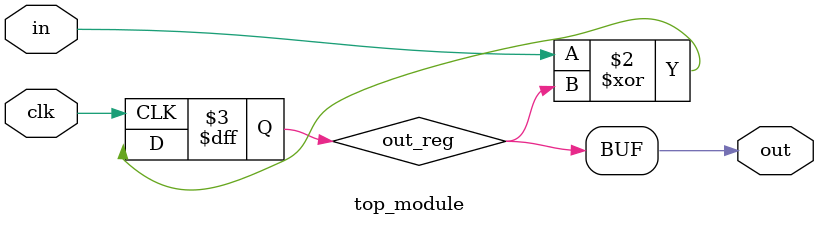
<source format=sv>
module top_module (
	input clk,
	input in,
	output logic out
);
	reg out_reg;

	always @(posedge clk)
	begin
		out_reg <= in ^ out_reg;
	end
	
	assign out = out_reg;
endmodule

</source>
